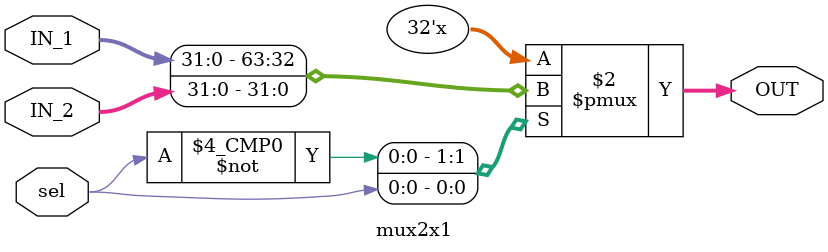
<source format=sv>
module mux2x1( input sel,
               input   [31:0] IN_1,
               input   [31:0] IN_2,
               output reg [31:0]  OUT
             );

  always_comb begin
    case (sel)
      1'd0 : OUT = IN_1;
      1'd1 : OUT = IN_2;
      default : OUT = 32'h0000_0000;
    endcase 
   end
endmodule 
</source>
